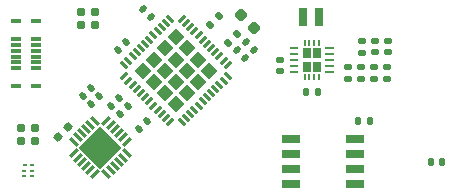
<source format=gbr>
%TF.GenerationSoftware,KiCad,Pcbnew,8.0.6*%
%TF.CreationDate,2025-01-20T01:55:32+01:00*%
%TF.ProjectId,Thermometer_CD_Project,54686572-6d6f-46d6-9574-65725f43445f,rev?*%
%TF.SameCoordinates,Original*%
%TF.FileFunction,Paste,Top*%
%TF.FilePolarity,Positive*%
%FSLAX46Y46*%
G04 Gerber Fmt 4.6, Leading zero omitted, Abs format (unit mm)*
G04 Created by KiCad (PCBNEW 8.0.6) date 2025-01-20 01:55:32*
%MOMM*%
%LPD*%
G01*
G04 APERTURE LIST*
G04 Aperture macros list*
%AMRoundRect*
0 Rectangle with rounded corners*
0 $1 Rounding radius*
0 $2 $3 $4 $5 $6 $7 $8 $9 X,Y pos of 4 corners*
0 Add a 4 corners polygon primitive as box body*
4,1,4,$2,$3,$4,$5,$6,$7,$8,$9,$2,$3,0*
0 Add four circle primitives for the rounded corners*
1,1,$1+$1,$2,$3*
1,1,$1+$1,$4,$5*
1,1,$1+$1,$6,$7*
1,1,$1+$1,$8,$9*
0 Add four rect primitives between the rounded corners*
20,1,$1+$1,$2,$3,$4,$5,0*
20,1,$1+$1,$4,$5,$6,$7,0*
20,1,$1+$1,$6,$7,$8,$9,0*
20,1,$1+$1,$8,$9,$2,$3,0*%
%AMRotRect*
0 Rectangle, with rotation*
0 The origin of the aperture is its center*
0 $1 length*
0 $2 width*
0 $3 Rotation angle, in degrees counterclockwise*
0 Add horizontal line*
21,1,$1,$2,0,0,$3*%
G04 Aperture macros list end*
%ADD10RoundRect,0.140000X-0.170000X0.140000X-0.170000X-0.140000X0.170000X-0.140000X0.170000X0.140000X0*%
%ADD11RoundRect,0.160000X-0.026517X-0.252791X0.252791X0.026517X0.026517X0.252791X-0.252791X-0.026517X0*%
%ADD12RoundRect,0.140000X0.021213X-0.219203X0.219203X-0.021213X-0.021213X0.219203X-0.219203X0.021213X0*%
%ADD13RoundRect,0.140000X0.219203X0.021213X0.021213X0.219203X-0.219203X-0.021213X-0.021213X-0.219203X0*%
%ADD14R,0.870000X0.300000*%
%ADD15R,0.350000X0.200000*%
%ADD16R,0.300000X0.200000*%
%ADD17R,0.230000X0.230000*%
%ADD18O,0.800000X0.230000*%
%ADD19R,0.230000X0.600000*%
%ADD20R,0.150000X0.600000*%
%ADD21R,0.650000X0.900000*%
%ADD22RoundRect,0.135000X-0.035355X0.226274X-0.226274X0.035355X0.035355X-0.226274X0.226274X-0.035355X0*%
%ADD23RoundRect,0.160000X0.197500X0.160000X-0.197500X0.160000X-0.197500X-0.160000X0.197500X-0.160000X0*%
%ADD24RoundRect,0.140000X0.170000X-0.140000X0.170000X0.140000X-0.170000X0.140000X-0.170000X-0.140000X0*%
%ADD25RoundRect,0.140000X-0.219203X-0.021213X-0.021213X-0.219203X0.219203X0.021213X0.021213X0.219203X0*%
%ADD26RoundRect,0.140000X-0.021213X0.219203X-0.219203X0.021213X0.021213X-0.219203X0.219203X-0.021213X0*%
%ADD27RoundRect,0.250000X-0.403051X0.000000X0.000000X-0.403051X0.403051X0.000000X0.000000X0.403051X0*%
%ADD28RoundRect,0.062500X-0.282843X0.194454X0.194454X-0.282843X0.282843X-0.194454X-0.194454X0.282843X0*%
%ADD29RoundRect,0.062500X-0.282843X-0.194454X-0.194454X-0.282843X0.282843X0.194454X0.194454X0.282843X0*%
%ADD30RoundRect,0.135000X0.185000X-0.135000X0.185000X0.135000X-0.185000X0.135000X-0.185000X-0.135000X0*%
%ADD31R,1.525000X0.650000*%
%ADD32R,0.700000X1.600000*%
%ADD33RoundRect,0.135000X-0.185000X0.135000X-0.185000X-0.135000X0.185000X-0.135000X0.185000X0.135000X0*%
%ADD34RotRect,0.300000X0.850000X315.000000*%
%ADD35RotRect,0.300000X0.850000X225.000000*%
%ADD36RotRect,2.550000X2.550000X225.000000*%
%ADD37RoundRect,0.135000X0.135000X0.185000X-0.135000X0.185000X-0.135000X-0.185000X0.135000X-0.185000X0*%
%ADD38RoundRect,0.218750X0.335876X0.026517X0.026517X0.335876X-0.335876X-0.026517X-0.026517X-0.335876X0*%
%ADD39RoundRect,0.140000X-0.140000X-0.170000X0.140000X-0.170000X0.140000X0.170000X-0.140000X0.170000X0*%
%ADD40RoundRect,0.140000X0.140000X0.170000X-0.140000X0.170000X-0.140000X-0.170000X0.140000X-0.170000X0*%
G04 APERTURE END LIST*
D10*
%TO.C,C7*%
X163900000Y-88750000D03*
X163900000Y-89710000D03*
%TD*%
D11*
%TO.C,R8*%
X145123950Y-95221024D03*
X145968942Y-94376032D03*
%TD*%
D12*
%TO.C,C17*%
X147221178Y-91778822D03*
X147900000Y-91100000D03*
%TD*%
D13*
%TO.C,C1*%
X153039554Y-85106030D03*
X152360732Y-84427208D03*
%TD*%
D10*
%TO.C,C9*%
X170820000Y-89370000D03*
X170820000Y-90330000D03*
%TD*%
D14*
%TO.C,J3*%
X141585000Y-90950000D03*
X141585000Y-89450000D03*
X141585000Y-88950000D03*
X141585000Y-88450000D03*
X141585000Y-87950000D03*
X141585000Y-87450000D03*
X141585000Y-86950000D03*
X141585000Y-85450000D03*
X143315000Y-85450000D03*
X143315000Y-86950000D03*
X143315000Y-87450000D03*
X143315000Y-87950000D03*
X143315000Y-88450000D03*
X143315000Y-88950000D03*
X143315000Y-89450000D03*
X143315000Y-90950000D03*
%TD*%
D15*
%TO.C,IC3*%
X142325000Y-97600000D03*
D16*
X142300000Y-98100000D03*
X142300000Y-98600000D03*
X142900000Y-98600000D03*
X142900000Y-98100000D03*
X142900000Y-97600000D03*
%TD*%
D17*
%TO.C,U4*%
X164861000Y-87750000D03*
D18*
X165146000Y-87750000D03*
D17*
X164861000Y-88250000D03*
D18*
X165146000Y-88250000D03*
D17*
X164861000Y-88750000D03*
D18*
X165146000Y-88750000D03*
D17*
X164861000Y-89250000D03*
D18*
X165146000Y-89250000D03*
D17*
X164861000Y-89750000D03*
D18*
X165146000Y-89750000D03*
X168096000Y-89750000D03*
D17*
X168381000Y-89750000D03*
D18*
X168096000Y-89250000D03*
D17*
X168381000Y-89250000D03*
D18*
X168096000Y-88750000D03*
D17*
X168381000Y-88750000D03*
D18*
X168096000Y-88250000D03*
D17*
X168381000Y-88250000D03*
D18*
X168096000Y-87750000D03*
D17*
X168381000Y-87750000D03*
D19*
X166021000Y-87325000D03*
D20*
X166021000Y-87325000D03*
D19*
X166021000Y-90175000D03*
D20*
X166021000Y-90175000D03*
D21*
X166186000Y-88190000D03*
X166186000Y-89310000D03*
D19*
X166421000Y-87325000D03*
D20*
X166421000Y-87325000D03*
D19*
X166421000Y-90175000D03*
D20*
X166421000Y-90175000D03*
D19*
X166821000Y-87325000D03*
D20*
X166821000Y-87325000D03*
D19*
X166821000Y-90175000D03*
D20*
X166821000Y-90175000D03*
D21*
X167056000Y-88190000D03*
X167056000Y-89310000D03*
D19*
X167221000Y-87325000D03*
D20*
X167221000Y-87325000D03*
D19*
X167221000Y-90175000D03*
D20*
X167221000Y-90175000D03*
%TD*%
D22*
%TO.C,R4*%
X158760624Y-85039376D03*
X158039376Y-85760624D03*
%TD*%
%TO.C,R5*%
X160286899Y-86565508D03*
X159565651Y-87286756D03*
%TD*%
D23*
%TO.C,R9*%
X143197500Y-94500000D03*
X142002500Y-94500000D03*
%TD*%
D12*
%TO.C,C15*%
X149640589Y-92639411D03*
X150319411Y-91960589D03*
%TD*%
D24*
%TO.C,C12*%
X173040000Y-88100000D03*
X173040000Y-87140000D03*
%TD*%
D25*
%TO.C,C5*%
X161021321Y-87187797D03*
X161700143Y-87866619D03*
%TD*%
D24*
%TO.C,C10*%
X170890000Y-88110000D03*
X170890000Y-87150000D03*
%TD*%
D26*
%TO.C,C2*%
X150889554Y-87177208D03*
X150210732Y-87856030D03*
%TD*%
D27*
%TO.C,U2*%
X155133381Y-86833095D03*
X154200000Y-87766476D03*
X153266619Y-88699857D03*
X152333238Y-89633238D03*
X156066762Y-87766476D03*
X155133381Y-88699857D03*
X154200000Y-89633238D03*
X153266619Y-90566619D03*
X157000143Y-88699857D03*
X156066762Y-89633238D03*
X155133381Y-90566619D03*
X154200000Y-91500000D03*
X157933524Y-89633238D03*
X157000143Y-90566619D03*
X156066762Y-91500000D03*
X155133381Y-92433381D03*
D28*
X154638406Y-85249176D03*
X154284853Y-85602729D03*
X153931299Y-85956283D03*
X153577746Y-86309836D03*
X153224193Y-86663390D03*
X152870639Y-87016943D03*
X152517086Y-87370496D03*
X152163533Y-87724050D03*
X151809979Y-88077603D03*
X151456426Y-88431156D03*
X151102872Y-88784710D03*
X150749319Y-89138263D03*
D29*
X150749319Y-90128213D03*
X151102872Y-90481766D03*
X151456426Y-90835320D03*
X151809979Y-91188873D03*
X152163533Y-91542426D03*
X152517086Y-91895980D03*
X152870639Y-92249533D03*
X153224193Y-92603086D03*
X153577746Y-92956640D03*
X153931299Y-93310193D03*
X154284853Y-93663747D03*
X154638406Y-94017300D03*
D28*
X155628356Y-94017300D03*
X155981909Y-93663747D03*
X156335463Y-93310193D03*
X156689016Y-92956640D03*
X157042569Y-92603086D03*
X157396123Y-92249533D03*
X157749676Y-91895980D03*
X158103229Y-91542426D03*
X158456783Y-91188873D03*
X158810336Y-90835320D03*
X159163890Y-90481766D03*
X159517443Y-90128213D03*
D29*
X159517443Y-89138263D03*
X159163890Y-88784710D03*
X158810336Y-88431156D03*
X158456783Y-88077603D03*
X158103229Y-87724050D03*
X157749676Y-87370496D03*
X157396123Y-87016943D03*
X157042569Y-86663390D03*
X156689016Y-86309836D03*
X156335463Y-85956283D03*
X155981909Y-85602729D03*
X155628356Y-85249176D03*
%TD*%
D24*
%TO.C,C11*%
X172000000Y-88100000D03*
X172000000Y-87140000D03*
%TD*%
D30*
%TO.C,R2*%
X173020000Y-90385000D03*
X173020000Y-89365000D03*
%TD*%
D23*
%TO.C,R7*%
X148297500Y-85800000D03*
X147102500Y-85800000D03*
%TD*%
%TO.C,R6*%
X148297500Y-84700000D03*
X147102500Y-84700000D03*
%TD*%
D31*
%TO.C,IC1*%
X170312000Y-99205000D03*
X170312000Y-97935000D03*
X170312000Y-96665000D03*
X170312000Y-95395000D03*
X164888000Y-95395000D03*
X164888000Y-96665000D03*
X164888000Y-97935000D03*
X164888000Y-99205000D03*
%TD*%
D32*
%TO.C,L2*%
X165900000Y-85100000D03*
X167200000Y-85100000D03*
%TD*%
D33*
%TO.C,R1*%
X171920000Y-89365000D03*
X171920000Y-90385000D03*
%TD*%
D13*
%TO.C,C6*%
X160972792Y-88605887D03*
X160293970Y-87927065D03*
%TD*%
D34*
%TO.C,IC2*%
X151000000Y-95655025D03*
X150646446Y-95301472D03*
X150292893Y-94947918D03*
X149939340Y-94594365D03*
X149585786Y-94240812D03*
X149232233Y-93887258D03*
D35*
X148242283Y-93887258D03*
X147888730Y-94240812D03*
X147535176Y-94594365D03*
X147181623Y-94947918D03*
X146828070Y-95301472D03*
X146474516Y-95655025D03*
D34*
X146474516Y-96644975D03*
X146828070Y-96998528D03*
X147181623Y-97352082D03*
X147535176Y-97705635D03*
X147888730Y-98059188D03*
X148242283Y-98412742D03*
D35*
X149232233Y-98412742D03*
X149585786Y-98059188D03*
X149939340Y-97705635D03*
X150292893Y-97352082D03*
X150646446Y-96998528D03*
X151000000Y-96644975D03*
D36*
X148737258Y-96150000D03*
%TD*%
D37*
%TO.C,R3*%
X167160000Y-91450000D03*
X166140000Y-91450000D03*
%TD*%
D23*
%TO.C,R10*%
X143197500Y-95600000D03*
X142002500Y-95600000D03*
%TD*%
D26*
%TO.C,C4*%
X152678822Y-93921178D03*
X152000000Y-94600000D03*
%TD*%
D38*
%TO.C,L1*%
X161756990Y-86073466D03*
X160643296Y-84959772D03*
%TD*%
D39*
%TO.C,C13*%
X176720000Y-97400000D03*
X177680000Y-97400000D03*
%TD*%
D12*
%TO.C,C18*%
X147921178Y-92478822D03*
X148600000Y-91800000D03*
%TD*%
D40*
%TO.C,C14*%
X171530000Y-93900000D03*
X170570000Y-93900000D03*
%TD*%
D24*
%TO.C,C8*%
X169720000Y-90330000D03*
X169720000Y-89370000D03*
%TD*%
D12*
%TO.C,C16*%
X150360589Y-93339411D03*
X151039411Y-92660589D03*
%TD*%
M02*

</source>
